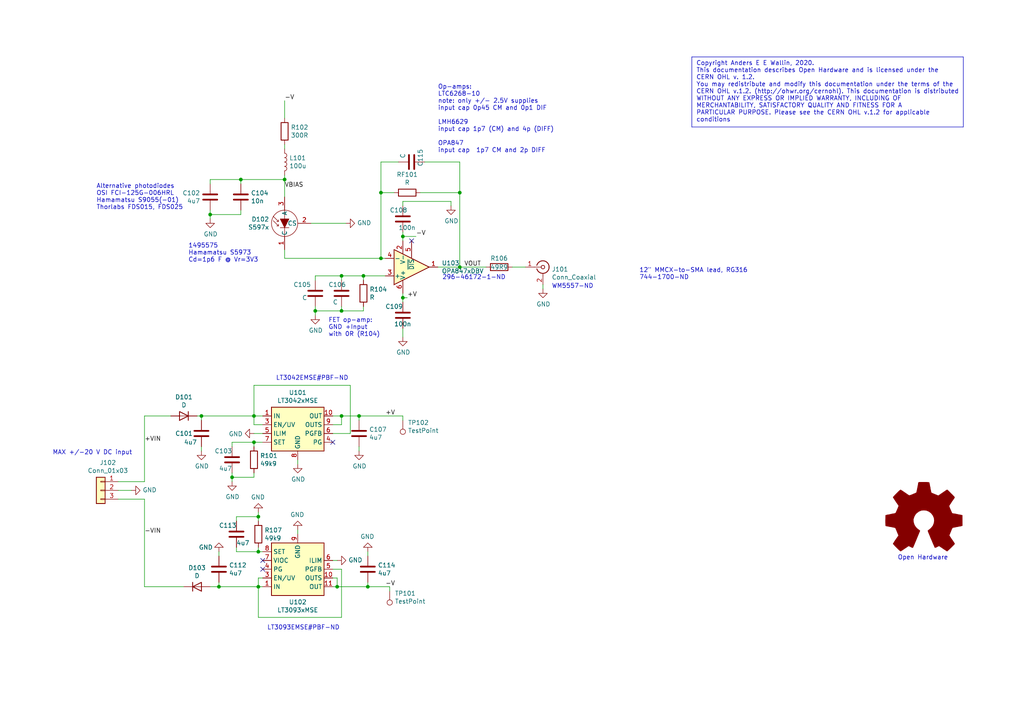
<source format=kicad_sch>
(kicad_sch (version 20230121) (generator eeschema)
  (paper "A4")
  (title_block (title "1\" Photodiode Transimpedance Amplifier - SOT23") (date "2019-12-20") (rev "draft") (company "anders.e.e.wallin \"at\" gmail.com"))
  (lib_symbols
    (symbol "Amplifier_Operational:OPA847xDBV" (pin_names (offset 0.127))
      (property "Reference" "U" (at -1.27 6.35 0))
      (property "Value" "OPA847xDBV" (at -1.27 3.81 0))
      (symbol "OPA847xDBV_0_1"
        (polyline (pts (xy -5.08 5.08) (xy 5.08 0) (xy -5.08 -5.08) (xy -5.08 5.08)) (stroke (width 0.254)) (fill (type background)))
        (pin power_in line (at -2.54 -7.62 90) (length 3.81) (name "V-") (number "2"))
        (pin power_in line (at -2.54 7.62 270) (length 3.81) (name "V+") (number "6"))
      )
      (symbol "OPA847xDBV_1_1"
        (pin output line (at 7.62 0 180) (length 2.54) (name "~") (number "1"))
        (pin input line (at -7.62 2.54 0) (length 2.54) (name "+") (number "3"))
        (pin input line (at -7.62 -2.54 0) (length 2.54) (name "-") (number "4"))
        (pin input line (at 0 -7.62 90) (length 5.08) (name "~{DIS}") (number "5"))
      )
    )
    (symbol "Connector:Conn_Coaxial" (pin_names (offset 1.016) hide)
      (property "Reference" "J" (at 0.254 3.048 0))
      (property "Value" "Conn_Coaxial" (at 2.921 0 90))
      (symbol "Conn_Coaxial_0_1"
        (arc (start -1.778 -0.508) (mid 0.2311 -1.8066) (end 1.778 0) (stroke (width 0.254)))
        (polyline (pts (xy -2.54 0) (xy -0.508 0)))
        (polyline (pts (xy 0 -2.54) (xy 0 -1.778)))
        (circle (center 0 0) (radius 0.508) (stroke (width 0.2032)))
        (arc (start 1.778 0) (mid 0.2099 1.8101) (end -1.778 0.508) (stroke (width 0.254)))
      )
      (symbol "Conn_Coaxial_1_1"
        (pin passive line (at -5.08 0 0) (length 2.54) (name "In") (number "1"))
        (pin passive line (at 0 -5.08 90) (length 2.54) (name "Ext") (number "2"))
      )
    )
    (symbol "Connector:TestPoint" (pin_numbers hide) (pin_names (offset 0.762) hide)
      (property "Reference" "TP" (at 0 6.858 0))
      (property "Value" "TestPoint" (at 0 5.08 0))
      (symbol "TestPoint_0_1"
        (circle (center 0 3.302) (radius 0.762))
      )
      (symbol "TestPoint_1_1"
        (pin passive line (at 0 0 90) (length 2.54) (name "1") (number "1"))
      )
    )
    (symbol "Connector_Generic:Conn_01x03" (pin_names (offset 1.016) hide)
      (property "Reference" "J" (at 0 5.08 0))
      (property "Value" "Conn_01x03" (at 0 -5.08 0))
      (symbol "Conn_01x03_1_1"
        (rectangle (start -1.27 -2.413) (end 0 -2.667) (stroke (width 0.1524)))
        (rectangle (start -1.27 0.127) (end 0 -0.127) (stroke (width 0.1524)))
        (rectangle (start -1.27 2.667) (end 0 2.413) (stroke (width 0.1524)))
        (rectangle (start -1.27 3.81) (end 1.27 -3.81) (stroke (width 0.254)) (fill (type background)))
        (pin passive line (at -5.08 2.54 0) (length 3.81) (name "Pin_1") (number "1"))
        (pin passive line (at -5.08 0 0) (length 3.81) (name "Pin_2") (number "2"))
        (pin passive line (at -5.08 -2.54 0) (length 3.81) (name "Pin_3") (number "3"))
      )
    )
    (symbol "Device:C" (pin_numbers hide) (pin_names (offset 0.254))
      (property "Reference" "C" (at 0.635 2.54 0))
      (property "Value" "C" (at 0.635 -2.54 0))
      (symbol "C_0_1"
        (polyline (pts (xy -2.032 -0.762) (xy 2.032 -0.762)) (stroke (width 0.508)))
        (polyline (pts (xy -2.032 0.762) (xy 2.032 0.762)) (stroke (width 0.508)))
      )
      (symbol "C_1_1"
        (pin passive line (at 0 3.81 270) (length 2.794) (name "~") (number "1"))
        (pin passive line (at 0 -3.81 90) (length 2.794) (name "~") (number "2"))
      )
    )
    (symbol "Device:D" (pin_numbers hide) (pin_names (offset 1.016) hide)
      (property "Reference" "D" (at 0 2.54 0))
      (property "Value" "D" (at 0 -2.54 0))
      (symbol "D_0_1"
        (polyline (pts (xy -1.27 1.27) (xy -1.27 -1.27)) (stroke (width 0.254)))
        (polyline (pts (xy 1.27 0) (xy -1.27 0)))
        (polyline (pts (xy 1.27 1.27) (xy 1.27 -1.27) (xy -1.27 0) (xy 1.27 1.27)) (stroke (width 0.254)))
      )
      (symbol "D_1_1"
        (pin passive line (at -3.81 0 0) (length 2.54) (name "K") (number "1"))
        (pin passive line (at 3.81 0 180) (length 2.54) (name "A") (number "2"))
      )
    )
    (symbol "Device:L" (pin_numbers hide) (pin_names (offset 1.016) hide)
      (property "Reference" "L" (at -1.27 0 90))
      (property "Value" "L" (at 1.905 0 90))
      (symbol "L_0_1"
        (arc (start 0 -2.54) (mid 0.6323 -1.905) (end 0 -1.27))
        (arc (start 0 -1.27) (mid 0.6323 -0.635) (end 0 0))
        (arc (start 0 0) (mid 0.6323 0.635) (end 0 1.27))
        (arc (start 0 1.27) (mid 0.6323 1.905) (end 0 2.54))
      )
      (symbol "L_1_1"
        (pin passive line (at 0 3.81 270) (length 1.27) (name "1") (number "1"))
        (pin passive line (at 0 -3.81 90) (length 1.27) (name "2") (number "2"))
      )
    )
    (symbol "Device:R" (pin_numbers hide) (pin_names (offset 0))
      (property "Reference" "R" (at 2.032 0 90))
      (property "Value" "R" (at 0 0 90))
      (symbol "R_0_1"
        (rectangle (start -1.016 -2.54) (end 1.016 2.54) (stroke (width 0.254)))
      )
      (symbol "R_1_1"
        (pin passive line (at 0 3.81 270) (length 1.27) (name "~") (number "1"))
        (pin passive line (at 0 -3.81 90) (length 1.27) (name "~") (number "2"))
      )
    )
    (symbol "Graphic:Logo_Open_Hardware_Large" (pin_names (offset 1.016))
      (symbol "Logo_Open_Hardware_Large_1_1"
        (polyline (pts (xy 6.731 -8.7122) (xy 6.6294 -8.6614) (xy 6.35 -8.4836) (xy 5.9944 -8.255) (xy 5.5372 -7.9502) (xy 5.1054 -7.6454) (xy 4.7498 -7.4168) (xy 4.4958 -7.239) (xy 4.3942 -7.1882) (xy 4.318 -7.2136) (xy 4.1148 -7.3152) (xy 3.81 -7.4676) (xy 3.6322 -7.5692) (xy 3.3528 -7.6708) (xy 3.2258 -7.6962) (xy 3.2004 -7.6708) (xy 3.0988 -7.4676) (xy 2.9464 -7.0866) (xy 2.7178 -6.604) (xy 2.4892 -6.0452) (xy 2.2352 -5.4356) (xy 1.9558 -4.826) (xy 1.7272 -4.2164) (xy 1.4986 -3.683) (xy 1.3208 -3.2512) (xy 1.2192 -2.9464) (xy 1.1684 -2.8194) (xy 1.1938 -2.794) (xy 1.3208 -2.667) (xy 1.5748 -2.4892) (xy 2.0828 -2.0574) (xy 2.6162 -1.397) (xy 2.921 -0.6604) (xy 3.048 0.1524) (xy 2.9464 0.9144) (xy 2.6416 1.6256) (xy 2.1336 2.286) (xy 1.524 2.7686) (xy 0.8128 3.0734) (xy 0 3.175) (xy -0.762 3.0988) (xy -1.4986 2.794) (xy -2.159 2.286) (xy -2.4384 1.9812) (xy -2.8194 1.3208) (xy -3.048 0.6096) (xy -3.0734 0.4318) (xy -3.0226 -0.3556) (xy -2.794 -1.0922) (xy -2.3876 -1.7526) (xy -1.8288 -2.3114) (xy -1.7526 -2.3622) (xy -1.4732 -2.5654) (xy -1.2954 -2.6924) (xy -1.1684 -2.8194) (xy -2.159 -5.207) (xy -2.3114 -5.588) (xy -2.5908 -6.2484) (xy -2.8194 -6.8072) (xy -3.0226 -7.2644) (xy -3.1496 -7.5692) (xy -3.2258 -7.6708) (xy -3.2258 -7.6962) (xy -3.302 -7.6962) (xy -3.4798 -7.6454) (xy -3.8354 -7.4676) (xy -4.0386 -7.366) (xy -4.2926 -7.239) (xy -4.4196 -7.1882) (xy -4.5212 -7.239) (xy -4.7498 -7.3914) (xy -5.1054 -7.6454) (xy -5.5372 -7.9248) (xy -5.9436 -8.2042) (xy -6.3246 -8.4582) (xy -6.604 -8.636) (xy -6.731 -8.7122) (xy -6.7564 -8.7122) (xy -6.858 -8.636) (xy -7.0866 -8.4582) (xy -7.4168 -8.1534) (xy -7.874 -7.6962) (xy -7.9502 -7.62) (xy -8.3312 -7.239) (xy -8.636 -6.9088) (xy -8.8392 -6.6802) (xy -8.9154 -6.5786) (xy -8.9154 -6.5786) (xy -8.8392 -6.4516) (xy -8.6614 -6.1722) (xy -8.4328 -5.7912) (xy -8.128 -5.3594) (xy -7.3152 -4.191) (xy -7.7724 -3.0988) (xy -7.8994 -2.7686) (xy -8.0772 -2.3622) (xy -8.2042 -2.0828) (xy -8.255 -1.9558) (xy -8.382 -1.905) (xy -8.6614 -1.8542) (xy -9.0932 -1.7526) (xy -9.6266 -1.651) (xy -10.1092 -1.5748) (xy -10.541 -1.4732) (xy -10.8712 -1.4224) (xy -11.0236 -1.397) (xy -11.049 -1.3716) (xy -11.0744 -1.2954) (xy -11.0998 -1.143) (xy -11.0998 -0.889) (xy -11.1252 -0.4572) (xy -11.1252 0.1524) (xy -11.1252 0.2286) (xy -11.0998 0.8128) (xy -11.0998 1.27) (xy -11.0744 1.5494) (xy -11.0744 1.6764) (xy -11.0744 1.6764) (xy -10.922 1.7018) (xy -10.6172 1.778) (xy -10.16 1.8542) (xy -9.652 1.9558) (xy -9.6012 1.9812) (xy -9.0932 2.0828) (xy -8.636 2.159) (xy -8.3312 2.2352) (xy -8.2042 2.286) (xy -8.1788 2.3114) (xy -8.0772 2.5146) (xy -7.9248 2.8448) (xy -7.747 3.2512) (xy -7.5692 3.6576) (xy -7.4168 4.0386) (xy -7.3152 4.318) (xy -7.2898 4.445) (xy -7.2898 4.445) (xy -7.366 4.572) (xy -7.5438 4.826) (xy -7.7978 5.207) (xy -8.128 5.6642) (xy -8.128 5.6896) (xy -8.4328 6.1468) (xy -8.6868 6.5278) (xy -8.8392 6.7818) (xy -8.9154 6.9088) (xy -8.9154 6.9088) (xy -8.8138 7.0358) (xy -8.5852 7.2898) (xy -8.255 7.6454) (xy -7.874 8.0264) (xy -7.747 8.1534) (xy -7.3152 8.5852) (xy -7.0104 8.8646) (xy -6.8326 8.9916) (xy -6.731 9.0424) (xy -6.731 9.0424) (xy -6.604 8.9408) (xy -6.3246 8.763) (xy -5.9436 8.509) (xy -5.4864 8.2042) (xy -5.461 8.1788) (xy -5.0038 7.874) (xy -4.6482 7.62) (xy -4.3688 7.4422) (xy -4.2672 7.3914) (xy -4.2418 7.3914) (xy -4.064 7.4422) (xy -3.7338 7.5438) (xy -3.3528 7.6962) (xy -2.9464 7.874) (xy -2.5654 8.0264) (xy -2.286 8.1534) (xy -2.159 8.2296) (xy -2.159 8.2296) (xy -2.1082 8.382) (xy -2.032 8.7122) (xy -1.9304 9.1694) (xy -1.8288 9.7282) (xy -1.8034 9.8044) (xy -1.7018 10.3378) (xy -1.6256 10.7696) (xy -1.5748 11.0744) (xy -1.524 11.2014) (xy -1.4478 11.2268) (xy -1.1938 11.2522) (xy -0.8128 11.2522) (xy -0.3302 11.2522) (xy 0.1524 11.2522) (xy 0.6604 11.2522) (xy 1.0668 11.2268) (xy 1.3716 11.2014) (xy 1.4986 11.176) (xy 1.4986 11.176) (xy 1.5494 11.0236) (xy 1.6256 10.6934) (xy 1.7018 10.2108) (xy 1.8288 9.6774) (xy 1.8288 9.5758) (xy 1.9304 9.0424) (xy 2.032 8.6106) (xy 2.0828 8.3058) (xy 2.1336 8.2042) (xy 2.159 8.1788) (xy 2.3876 8.0772) (xy 2.7432 7.9248) (xy 3.175 7.747) (xy 4.191 7.3406) (xy 5.461 8.2042) (xy 5.5626 8.2804) (xy 6.0198 8.5852) (xy 6.3754 8.8392) (xy 6.6294 8.9916) (xy 6.7564 9.0424) (xy 6.7564 9.0424) (xy 6.8834 8.9408) (xy 7.1374 8.7122) (xy 7.4676 8.382) (xy 7.8486 7.9756) (xy 8.1534 7.6962) (xy 8.4836 7.3406) (xy 8.7122 7.112) (xy 8.8392 6.9596) (xy 8.8646 6.858) (xy 8.8646 6.8072) (xy 8.7884 6.6802) (xy 8.6106 6.4008) (xy 8.3312 6.0198) (xy 8.0264 5.588) (xy 7.7978 5.207) (xy 7.5184 4.8006) (xy 7.3406 4.4958) (xy 7.2898 4.3434) (xy 7.2898 4.2926) (xy 7.3914 4.0386) (xy 7.5184 3.683) (xy 7.7216 3.2258) (xy 8.1534 2.2352) (xy 8.7884 2.1082) (xy 9.1948 2.0574) (xy 9.7536 1.9304) (xy 10.2616 1.8288) (xy 11.0998 1.6764) (xy 11.1252 -1.3208) (xy 10.9982 -1.3716) (xy 10.8712 -1.397) (xy 10.5664 -1.4732) (xy 10.1346 -1.5494) (xy 9.6266 -1.651) (xy 9.1948 -1.7272) (xy 8.7376 -1.8288) (xy 8.4328 -1.8796) (xy 8.2804 -1.905) (xy 8.255 -1.9558) (xy 8.1534 -2.159) (xy 7.9756 -2.5146) (xy 7.8232 -2.921) (xy 7.6454 -3.3274) (xy 7.493 -3.7338) (xy 7.366 -4.0132) (xy 7.3406 -4.191) (xy 7.3914 -4.2926) (xy 7.5692 -4.5466) (xy 7.7978 -4.9276) (xy 8.1026 -5.3594) (xy 8.4074 -5.7912) (xy 8.6614 -6.1722) (xy 8.8138 -6.4262) (xy 8.89 -6.5532) (xy 8.8646 -6.6548) (xy 8.6868 -6.858) (xy 8.3566 -7.1882) (xy 7.874 -7.6708) (xy 7.7978 -7.747) (xy 7.3914 -8.128) (xy 7.0612 -8.4328) (xy 6.8326 -8.636) (xy 6.731 -8.7122)) (fill (type outline)))
      )
    )
    (symbol "Regulator_Linear:LT3042xMSE"
      (property "Reference" "U" (at -6.35 6.35 0))
      (property "Value" "LT3042xMSE" (at 1.27 6.35 0))
      (symbol "LT3042xMSE_0_1"
        (rectangle (start -7.62 5.08) (end 7.62 -7.62) (stroke (width 0.254)) (fill (type background)))
      )
      (symbol "LT3042xMSE_1_1"
        (pin power_in line (at -10.16 2.54 0) (length 2.54) (name "IN") (number "1"))
        (pin power_out line (at 10.16 2.54 180) (length 2.54) (name "OUT") (number "10"))
        (pin passive line (at 0 -10.16 90) (length 2.54) hide (name "GND") (number "11"))
        (pin passive line (at -10.16 2.54 0) (length 2.54) hide (name "IN") (number "2"))
        (pin input line (at -10.16 0 0) (length 2.54) (name "EN/UV") (number "3"))
        (pin open_collector line (at 10.16 -5.08 180) (length 2.54) (name "PG") (number "4"))
        (pin passive line (at -10.16 -2.54 0) (length 2.54) (name "ILIM") (number "5"))
        (pin input line (at 10.16 -2.54 180) (length 2.54) (name "PGFB") (number "6"))
        (pin passive line (at -10.16 -5.08 0) (length 2.54) (name "SET") (number "7"))
        (pin power_in line (at 0 -10.16 90) (length 2.54) (name "GND") (number "8"))
        (pin input line (at 10.16 0 180) (length 2.54) (name "OUTS") (number "9"))
      )
    )
    (symbol "circulaire-rescue:LT3093xMSE-aw"
      (property "Reference" "U" (at -6.35 6.35 0))
      (property "Value" "LT3093xMSE-aw" (at 1.27 6.35 0))
      (symbol "LT3093xMSE-aw_0_0"
        (pin power_out line (at 10.16 2.54 180) (length 2.54) hide (name "OUT") (number "12"))
        (pin passive line (at -10.16 2.54 0) (length 2.54) hide (name "IN") (number "13"))
      )
      (symbol "LT3093xMSE-aw_0_1"
        (rectangle (start 7.62 5.08) (end -7.62 -10.16) (stroke (width 0.254)) (fill (type background)))
      )
      (symbol "LT3093xMSE-aw_1_1"
        (pin power_in line (at -10.16 2.54 0) (length 2.54) (name "IN") (number "1"))
        (pin input line (at 10.16 0 180) (length 2.54) (name "OUTS") (number "10"))
        (pin power_out line (at 10.16 2.54 180) (length 2.54) (name "OUT") (number "11"))
        (pin passive line (at -10.16 2.54 0) (length 2.54) hide (name "IN") (number "2"))
        (pin input line (at -10.16 0 0) (length 2.54) (name "EN/UV") (number "3"))
        (pin open_collector line (at -10.16 -2.54 0) (length 2.54) (name "PG") (number "4"))
        (pin passive line (at 10.16 -2.54 180) (length 2.54) (name "PGFB") (number "5"))
        (pin passive line (at 10.16 -5.08 180) (length 2.54) (name "ILIM") (number "6"))
        (pin passive line (at -10.16 -5.08 0) (length 2.54) (name "VIOC") (number "7"))
        (pin passive line (at -10.16 -7.62 0) (length 2.54) (name "SET") (number "8"))
        (pin input line (at 0 -12.7 90) (length 2.54) (name "GND") (number "9"))
      )
    )
    (symbol "circulaire-rescue:S597x-aw" (pin_names (offset 0.254))
      (property "Reference" "D" (at 2.54 -5.08 0))
      (property "Value" "S597x-aw" (at 5.08 5.08 0))
      (symbol "S597x-aw_0_0"
        (pin passive line (at 0 -7.62 90) (length 3.81) (name "CS") (number "2"))
      )
      (symbol "S597x-aw_0_1"
        (polyline (pts (xy -1.27 0) (xy -3.81 0)))
        (polyline (pts (xy -1.27 1.27) (xy -1.27 -1.27)) (stroke (width 0.1524)))
        (polyline (pts (xy -0.762 1.778) (xy -0.254 1.778)))
        (polyline (pts (xy 3.81 0) (xy 1.27 0)))
        (polyline (pts (xy 0.762 3.302) (xy -0.762 1.778) (xy -0.762 2.286)))
        (polyline (pts (xy -1.27 0) (xy 1.27 1.27) (xy 1.27 -1.27) (xy -1.27 0)) (fill (type outline)))
        (polyline (pts (xy 2.032 3.302) (xy 0.508 1.778) (xy 0.508 2.286) (xy 0.508 1.778) (xy 1.016 1.778)))
        (circle (center 0 0) (radius 3.81))
      )
      (symbol "S597x-aw_1_1"
        (pin passive line (at -7.62 0 0) (length 3.81) (name "C") (number "1"))
        (pin passive line (at 7.62 0 180) (length 3.81) (name "A") (number "3"))
      )
    )
    (symbol "power:GND" (power) (pin_names (offset 0))
      (property "Value" "GND" (at 0 -3.81 0))
      (symbol "GND_0_1"
        (polyline (pts (xy 0 0) (xy 0 -1.27) (xy 1.27 -1.27) (xy 0 -2.54) (xy -1.27 -1.27) (xy 0 -1.27)))
      )
      (symbol "GND_1_1"
        (pin power_in line (at 0 0 270) (length 0) hide (name "GND") (number "1"))
      )
    )
  )
  (junction (at 82.55 52.07))
  (junction (at 99.06 120.65))
  (junction (at 63.5 170.18))
  (junction (at 97.79 170.18))
  (junction (at 74.93 160.02))
  (junction (at 99.06 80.01))
  (junction (at 73.66 128.27))
  (junction (at 133.35 55.88))
  (junction (at 106.68 170.18))
  (junction (at 73.66 120.65))
  (junction (at 69.85 52.07))
  (junction (at 116.84 86.36))
  (junction (at 91.44 90.17))
  (junction (at 110.49 55.88))
  (junction (at 116.84 68.58))
  (junction (at 60.96 62.23))
  (junction (at 99.06 90.17))
  (junction (at 133.35 77.47))
  (junction (at 67.31 138.43))
  (junction (at 104.14 120.65))
  (junction (at 74.93 149.86))
  (junction (at 110.49 74.93))
  (junction (at 74.93 170.18))
  (junction (at 58.42 120.65))
  (junction (at 105.41 80.01))
  (no_connect (at 76.2 165.1))
  (no_connect (at 76.2 162.56))
  (no_connect (at 96.52 128.27))
  (no_connect (at 119.38 69.85))
  (wire (pts (xy 99.06 88.9) (xy 99.06 90.17)))
  (wire (pts (xy 104.14 121.92) (xy 104.14 120.65)))
  (wire (pts (xy 116.84 58.42) (xy 130.81 58.42)))
  (wire (pts (xy 91.44 90.17) (xy 91.44 88.9)))
  (polyline (pts (xy 279.4 36.83) (xy 200.66 36.83)))
  (wire (pts (xy 74.93 149.86) (xy 74.93 151.13)))
  (wire (pts (xy 73.66 120.65) (xy 58.42 120.65)))
  (wire (pts (xy 99.06 165.1) (xy 99.06 179.07)))
  (wire (pts (xy 99.06 90.17) (xy 91.44 90.17)))
  (wire (pts (xy 74.93 160.02) (xy 68.58 160.02)))
  (wire (pts (xy 73.66 137.16) (xy 73.66 138.43)))
  (wire (pts (xy 82.55 50.8) (xy 82.55 52.07)))
  (wire (pts (xy 105.41 90.17) (xy 99.06 90.17)))
  (polyline (pts (xy 200.66 16.51) (xy 279.4 16.51)))
  (wire (pts (xy 69.85 52.07) (xy 69.85 53.34)))
  (wire (pts (xy 116.84 58.42) (xy 116.84 59.69)))
  (wire (pts (xy 63.5 161.29) (xy 63.5 160.02)))
  (wire (pts (xy 110.49 74.93) (xy 82.55 74.93)))
  (wire (pts (xy 123.19 46.99) (xy 133.35 46.99)))
  (wire (pts (xy 76.2 120.65) (xy 73.66 120.65)))
  (wire (pts (xy 73.66 129.54) (xy 73.66 128.27)))
  (wire (pts (xy 99.06 179.07) (xy 74.93 179.07)))
  (wire (pts (xy 116.84 86.36) (xy 118.11 86.36)))
  (wire (pts (xy 49.53 120.65) (xy 41.91 120.65)))
  (wire (pts (xy 96.52 125.73) (xy 101.6 125.73)))
  (wire (pts (xy 86.36 154.94) (xy 86.36 153.67)))
  (wire (pts (xy 41.91 144.78) (xy 41.91 170.18)))
  (wire (pts (xy 60.96 52.07) (xy 60.96 53.34)))
  (wire (pts (xy 74.93 160.02) (xy 74.93 158.75)))
  (wire (pts (xy 67.31 139.7) (xy 67.31 138.43)))
  (wire (pts (xy 69.85 62.23) (xy 60.96 62.23)))
  (wire (pts (xy 58.42 130.81) (xy 58.42 129.54)))
  (wire (pts (xy 68.58 149.86) (xy 68.58 151.13)))
  (wire (pts (xy 97.79 167.64) (xy 97.79 170.18)))
  (wire (pts (xy 116.84 67.31) (xy 116.84 68.58)))
  (wire (pts (xy 106.68 170.18) (xy 113.03 170.18)))
  (wire (pts (xy 106.68 170.18) (xy 97.79 170.18)))
  (wire (pts (xy 105.41 88.9) (xy 105.41 90.17)))
  (wire (pts (xy 57.15 120.65) (xy 58.42 120.65)))
  (wire (pts (xy 34.29 144.78) (xy 41.91 144.78)))
  (wire (pts (xy 63.5 170.18) (xy 60.96 170.18)))
  (wire (pts (xy 116.84 68.58) (xy 116.84 69.85)))
  (wire (pts (xy 111.76 80.01) (xy 105.41 80.01)))
  (wire (pts (xy 74.93 148.59) (xy 74.93 149.86)))
  (wire (pts (xy 96.52 123.19) (xy 99.06 123.19)))
  (wire (pts (xy 38.1 142.24) (xy 34.29 142.24)))
  (wire (pts (xy 90.17 64.77) (xy 100.33 64.77)))
  (wire (pts (xy 68.58 160.02) (xy 68.58 158.75)))
  (wire (pts (xy 113.03 170.18) (xy 113.03 171.45)))
  (wire (pts (xy 116.84 86.36) (xy 116.84 87.63)))
  (wire (pts (xy 73.66 128.27) (xy 67.31 128.27)))
  (wire (pts (xy 76.2 123.19) (xy 73.66 123.19)))
  (wire (pts (xy 60.96 62.23) (xy 60.96 63.5)))
  (wire (pts (xy 76.2 160.02) (xy 74.93 160.02)))
  (wire (pts (xy 152.4 77.47) (xy 148.59 77.47)))
  (polyline (pts (xy 279.4 16.51) (xy 279.4 36.83)))
  (wire (pts (xy 133.35 46.99) (xy 133.35 55.88)))
  (wire (pts (xy 74.93 149.86) (xy 68.58 149.86)))
  (wire (pts (xy 110.49 55.88) (xy 114.3 55.88)))
  (wire (pts (xy 74.93 170.18) (xy 63.5 170.18)))
  (wire (pts (xy 104.14 130.81) (xy 104.14 129.54)))
  (wire (pts (xy 82.55 74.93) (xy 82.55 72.39)))
  (wire (pts (xy 82.55 57.15) (xy 82.55 52.07)))
  (wire (pts (xy 130.81 59.69) (xy 130.81 58.42)))
  (wire (pts (xy 99.06 123.19) (xy 99.06 120.65)))
  (wire (pts (xy 133.35 77.47) (xy 127 77.47)))
  (wire (pts (xy 133.35 55.88) (xy 133.35 77.47)))
  (wire (pts (xy 86.36 134.62) (xy 86.36 133.35)))
  (wire (pts (xy 41.91 170.18) (xy 53.34 170.18)))
  (wire (pts (xy 76.2 170.18) (xy 74.93 170.18)))
  (wire (pts (xy 74.93 179.07) (xy 74.93 170.18)))
  (wire (pts (xy 82.55 52.07) (xy 69.85 52.07)))
  (wire (pts (xy 97.79 170.18) (xy 96.52 170.18)))
  (wire (pts (xy 58.42 120.65) (xy 58.42 121.92)))
  (wire (pts (xy 106.68 161.29) (xy 106.68 160.02)))
  (wire (pts (xy 76.2 125.73) (xy 73.66 125.73)))
  (wire (pts (xy 116.84 68.58) (xy 120.65 68.58)))
  (wire (pts (xy 76.2 128.27) (xy 73.66 128.27)))
  (wire (pts (xy 96.52 165.1) (xy 99.06 165.1)))
  (wire (pts (xy 106.68 168.91) (xy 106.68 170.18)))
  (wire (pts (xy 99.06 120.65) (xy 104.14 120.65)))
  (wire (pts (xy 110.49 46.99) (xy 110.49 55.88)))
  (wire (pts (xy 73.66 138.43) (xy 67.31 138.43)))
  (wire (pts (xy 67.31 138.43) (xy 67.31 137.16)))
  (wire (pts (xy 82.55 43.18) (xy 82.55 41.91)))
  (wire (pts (xy 96.52 120.65) (xy 99.06 120.65)))
  (wire (pts (xy 73.66 111.76) (xy 73.66 120.65)))
  (wire (pts (xy 101.6 125.73) (xy 101.6 111.76)))
  (wire (pts (xy 105.41 80.01) (xy 105.41 81.28)))
  (wire (pts (xy 96.52 167.64) (xy 97.79 167.64)))
  (wire (pts (xy 76.2 167.64) (xy 74.93 167.64)))
  (wire (pts (xy 140.97 77.47) (xy 133.35 77.47)))
  (wire (pts (xy 74.93 167.64) (xy 74.93 170.18)))
  (wire (pts (xy 63.5 168.91) (xy 63.5 170.18)))
  (wire (pts (xy 69.85 52.07) (xy 60.96 52.07)))
  (wire (pts (xy 60.96 60.96) (xy 60.96 62.23)))
  (polyline (pts (xy 200.66 36.83) (xy 200.66 16.51)))
  (wire (pts (xy 91.44 80.01) (xy 91.44 81.28)))
  (wire (pts (xy 157.48 83.82) (xy 157.48 82.55)))
  (wire (pts (xy 111.76 74.93) (xy 110.49 74.93)))
  (wire (pts (xy 115.57 46.99) (xy 110.49 46.99)))
  (wire (pts (xy 101.6 111.76) (xy 73.66 111.76)))
  (wire (pts (xy 41.91 120.65) (xy 41.91 139.7)))
  (wire (pts (xy 105.41 80.01) (xy 99.06 80.01)))
  (wire (pts (xy 97.79 162.56) (xy 96.52 162.56)))
  (wire (pts (xy 91.44 91.44) (xy 91.44 90.17)))
  (wire (pts (xy 67.31 128.27) (xy 67.31 129.54)))
  (wire (pts (xy 82.55 34.29) (xy 82.55 29.21)))
  (wire (pts (xy 99.06 80.01) (xy 91.44 80.01)))
  (wire (pts (xy 116.84 121.92) (xy 116.84 120.65)))
  (wire (pts (xy 69.85 60.96) (xy 69.85 62.23)))
  (wire (pts (xy 41.91 139.7) (xy 34.29 139.7)))
  (wire (pts (xy 121.92 55.88) (xy 133.35 55.88)))
  (wire (pts (xy 73.66 123.19) (xy 73.66 120.65)))
  (wire (pts (xy 99.06 80.01) (xy 99.06 81.28)))
  (wire (pts (xy 116.84 85.09) (xy 116.84 86.36)))
  (wire (pts (xy 116.84 95.25) (xy 116.84 97.79)))
  (wire (pts (xy 110.49 55.88) (xy 110.49 74.93)))
  (wire (pts (xy 104.14 120.65) (xy 116.84 120.65)))
  (text "Copyright Anders E E Wallin, 2020.\nThis documentation describes Open Hardware and is licensed under the\nCERN OHL v. 1.2.\nYou may redistribute and modify this documentation under the terms of the\nCERN OHL v.1.2. (http://ohwr.org/cernohl). This documentation is distributed\nWITHOUT ANY EXPRESS OR IMPLIED WARRANTY, INCLUDING OF\nMERCHANTABILITY, SATISFACTORY QUALITY AND FITNESS FOR A\nPARTICULAR PURPOSE. Please see the CERN OHL v.1.2 for applicable\nconditions\n" (at 201.93 35.56 0) (effects (font (size 1.27 1.27)) (justify left bottom)))
  (text "296-46172-1-ND" (at 128.27 81.28 0) (effects (font (size 1.27 1.27)) (justify left bottom)))
  (text "1495575\nHamamatsu S5973\nCd=1p6 F @ Vr=3V3" (at 54.61 76.2 0) (effects (font (size 1.27 1.27)) (justify left bottom)))
  (text "Alternative photodiodes\nOSI FCI-125G-006HRL\nHamamatsu S9055(-01)\nThorlabs FDS015, FDS025" (at 27.94 60.96 0) (effects (font (size 1.27 1.27)) (justify left bottom)))
  (text "Open Hardware" (at 260.35 162.56 0) (effects (font (size 1.27 1.27)) (justify left bottom)))
  (text "FET op-amp: \nGND +Input \nwith 0R (R104)" (at 95.25 97.79 0) (effects (font (size 1.27 1.27)) (justify left bottom)))
  (text "12\" MMCX-to-SMA lead, RG316\n744-1700-ND" (at 185.42 81.28 0) (effects (font (size 1.27 1.27)) (justify left bottom)))
  (text "Op-amps:\nLTC6268-10\nnote: only +/- 2.5V supplies\ninput cap 0p45 CM and 0p1 DIF \n\nLMH6629\ninput cap 1p7 (CM) and 4p (DIFF)\n\nOPA847\ninput cap  1p7 CM and 2p DIFF" (at 127 44.45 0) (effects (font (size 1.27 1.27)) (justify left bottom)))
  (text "MAX +/-20 V DC input" (at 15.24 132.08 0) (effects (font (size 1.27 1.27)) (justify left bottom)))
  (text "LT3042EMSE#PBF-ND" (at 80.01 110.49 0) (effects (font (size 1.27 1.27)) (justify left bottom)))
  (text "LT3093EMSE#PBF-ND" (at 77.47 182.88 0) (effects (font (size 1.27 1.27)) (justify left bottom)))
  (text "WM5557-ND" (at 160.02 83.82 0) (effects (font (size 1.27 1.27)) (justify left bottom)))
  (label "+V" (at 111.76 120.65 0))
  (label "-VIN" (at 41.91 154.94 0))
  (label "-V" (at 82.55 29.21 0))
  (label "VBIAS" (at 82.55 54.61 0))
  (label "-V" (at 111.76 170.18 0))
  (label "+V" (at 118.11 86.36 0))
  (label "VOUT" (at 134.62 77.47 0))
  (label "+VIN" (at 41.91 128.27 0))
  (label "-V" (at 120.65 68.58 0))
  (symbol (lib_id "Regulator_Linear:LT3042xMSE") (at 86.36 123.19 0) (unit 1)
    (property "Reference" "U101" (at 86.36 113.8682 0))
    (property "Value" "LT3042xMSE" (at 86.36 116.1796 0))
    (property "Footprint" "Package_SO:MSOP-10-1EP_3x3mm_P0.5mm_EP1.68x1.88mm" (effects hide))
    (property "Datasheet" "https://www.analog.com/media/en/technical-documentation/data-sheets/3042fb.pdf" (effects hide))
  )
  (symbol (lib_id "circulaire-rescue:LT3093xMSE-aw") (at 86.36 167.64 0) (mirror x) (unit 1)
    (property "Reference" "U102" (at 86.36 174.625 0))
    (property "Value" "LT3093xMSE" (at 86.36 176.9364 0))
    (property "Footprint" "Package_SO:MSOP-12-1EP_3x4mm_P0.65mm_EP1.65x2.85mm" (effects hide))
  )
  (symbol (lib_id "power:GND") (at 86.36 134.62 0) (unit 1)
    (property "Reference" "#PWR0107" (effects hide))
    (property "Value" "GND" (at 86.487 139.0142 0))
  )
  (symbol (lib_id "power:GND") (at 73.66 125.73 270) (unit 1)
    (property "Reference" "#PWR0108" (effects hide))
    (property "Value" "GND" (at 70.4088 125.857 90) (effects (justify right)))
  )
  (symbol (lib_id "Device:C") (at 58.42 125.73 0) (unit 1)
    (property "Reference" "C101" (at 50.8 125.73 0) (effects (justify left)))
    (property "Value" "4u7" (at 53.34 128.27 0) (effects (justify left)))
    (property "Footprint" "Capacitor_SMD:C_0603_1608Metric" (effects hide))
  )
  (symbol (lib_id "power:GND") (at 58.42 130.81 0) (unit 1)
    (property "Reference" "#PWR0109" (effects hide))
    (property "Value" "GND" (at 58.547 135.2042 0))
  )
  (symbol (lib_id "Device:D") (at 53.34 120.65 180) (unit 1)
    (property "Reference" "D101" (at 53.34 115.1636 0))
    (property "Value" "D" (at 53.34 117.475 0))
    (property "Footprint" "Diode_SMD:D_SOD-323F" (effects hide))
  )
  (symbol (lib_id "Device:R") (at 73.66 133.35 0) (unit 1)
    (property "Reference" "R101" (at 75.438 132.1816 0) (effects (justify left)))
    (property "Value" "49k9" (at 75.438 134.493 0) (effects (justify left)))
    (property "Footprint" "Resistor_SMD:R_0603_1608Metric" (effects hide))
  )
  (symbol (lib_id "Device:C") (at 67.31 133.35 0) (unit 1)
    (property "Reference" "C103" (at 62.23 130.81 0) (effects (justify left)))
    (property "Value" "4u7" (at 63.5 135.89 0) (effects (justify left)))
    (property "Footprint" "Capacitor_SMD:C_0603_1608Metric" (effects hide))
  )
  (symbol (lib_id "power:GND") (at 67.31 139.7 0) (unit 1)
    (property "Reference" "#PWR0110" (effects hide))
    (property "Value" "GND" (at 67.437 144.0942 0))
  )
  (symbol (lib_id "Device:C") (at 104.14 125.73 0) (unit 1)
    (property "Reference" "C107" (at 107.061 124.5616 0) (effects (justify left)))
    (property "Value" "4u7" (at 107.061 126.873 0) (effects (justify left)))
    (property "Footprint" "Capacitor_SMD:C_0603_1608Metric" (effects hide))
  )
  (symbol (lib_id "power:GND") (at 104.14 130.81 0) (unit 1)
    (property "Reference" "#PWR0111" (effects hide))
    (property "Value" "GND" (at 104.267 135.2042 0))
  )
  (symbol (lib_id "Device:R") (at 74.93 154.94 0) (unit 1)
    (property "Reference" "R107" (at 76.708 153.7716 0) (effects (justify left)))
    (property "Value" "49k9" (at 76.708 156.083 0) (effects (justify left)))
    (property "Footprint" "Resistor_SMD:R_0603_1608Metric" (effects hide))
  )
  (symbol (lib_id "Device:C") (at 68.58 154.94 0) (unit 1)
    (property "Reference" "C113" (at 63.5 152.4 0) (effects (justify left)))
    (property "Value" "4u7" (at 68.58 157.48 0) (effects (justify left)))
    (property "Footprint" "Capacitor_SMD:C_0603_1608Metric" (effects hide))
  )
  (symbol (lib_id "Device:C") (at 63.5 165.1 0) (unit 1)
    (property "Reference" "C112" (at 66.421 163.9316 0) (effects (justify left)))
    (property "Value" "4u7" (at 66.421 166.243 0) (effects (justify left)))
    (property "Footprint" "Capacitor_SMD:C_0603_1608Metric" (effects hide))
  )
  (symbol (lib_id "Device:D") (at 57.15 170.18 0) (mirror x) (unit 1)
    (property "Reference" "D103" (at 57.15 164.6936 0))
    (property "Value" "D" (at 57.15 167.005 0))
    (property "Footprint" "Diode_SMD:D_SOD-323F" (effects hide))
  )
  (symbol (lib_id "power:GND") (at 63.5 160.02 180) (unit 1)
    (property "Reference" "#PWR0112" (effects hide))
    (property "Value" "GND" (at 59.69 158.75 0))
  )
  (symbol (lib_id "power:GND") (at 74.93 148.59 180) (unit 1)
    (property "Reference" "#PWR0113" (effects hide))
    (property "Value" "GND" (at 74.803 144.1958 0))
  )
  (symbol (lib_id "power:GND") (at 86.36 153.67 180) (unit 1)
    (property "Reference" "#PWR0114" (effects hide))
    (property "Value" "GND" (at 86.233 149.2758 0))
  )
  (symbol (lib_id "power:GND") (at 97.79 162.56 90) (unit 1)
    (property "Reference" "#PWR0115" (effects hide))
    (property "Value" "GND" (at 101.0412 162.433 90) (effects (justify right)))
  )
  (symbol (lib_id "Device:C") (at 106.68 165.1 0) (unit 1)
    (property "Reference" "C114" (at 109.601 163.9316 0) (effects (justify left)))
    (property "Value" "4u7" (at 109.601 166.243 0) (effects (justify left)))
    (property "Footprint" "Capacitor_SMD:C_0603_1608Metric" (effects hide))
  )
  (symbol (lib_id "power:GND") (at 106.68 160.02 180) (unit 1)
    (property "Reference" "#PWR0116" (effects hide))
    (property "Value" "GND" (at 106.553 155.6258 0))
  )
  (symbol (lib_id "Connector_Generic:Conn_01x03") (at 29.21 142.24 0) (mirror y) (unit 1)
    (property "Reference" "J102" (at 31.2928 134.1882 0))
    (property "Value" "Conn_01x03" (at 31.2928 136.4996 0))
    (property "Footprint" "Connector_PinHeader_2.54mm:PinHeader_1x03_P2.54mm_Vertical" (effects hide))
  )
  (symbol (lib_id "power:GND") (at 38.1 142.24 90) (unit 1)
    (property "Reference" "#PWR0117" (effects hide))
    (property "Value" "GND" (at 41.3512 142.113 90) (effects (justify right)))
  )
  (symbol (lib_id "circulaire-rescue:S597x-aw") (at 82.55 64.77 90) (unit 1)
    (property "Reference" "D102" (at 78.0542 63.6016 90) (effects (justify left)))
    (property "Value" "S597x" (at 78.0542 65.913 90) (effects (justify left)))
    (property "Footprint" "Package_TO_SOT_THT:TO-18-3" (effects hide))
    (property "Datasheet" "http://www.osram-os.com/Graphics/XPic5/00215016_0.pdf/BP%20104%20FS.pdf" (effects hide))
  )
  (symbol (lib_id "power:GND") (at 100.33 64.77 90) (unit 1)
    (property "Reference" "#PWR0101" (effects hide))
    (property "Value" "GND" (at 103.5812 64.643 90) (effects (justify right)))
  )
  (symbol (lib_id "Amplifier_Operational:OPA847xDBV") (at 119.38 77.47 0) (mirror x) (unit 1)
    (property "Reference" "U103" (at 128.1176 76.3016 0) (effects (justify left)))
    (property "Value" "OPA847xDBV" (at 128.1176 78.613 0) (effects (justify left)))
    (property "Footprint" "Package_TO_SOT_SMD:SOT-23-6" (effects hide))
    (property "Datasheet" "http://www.ti.com/lit/ds/symlink/opa847.pdf" (effects hide))
  )
  (symbol (lib_id "Device:R") (at 118.11 55.88 270) (unit 1)
    (property "Reference" "RF101" (at 118.11 50.6222 90))
    (property "Value" "R" (at 118.11 52.9336 90))
    (property "Footprint" "Resistor_SMD:R_0603_1608Metric" (effects hide))
  )
  (symbol (lib_id "Device:R") (at 144.78 77.47 270) (unit 1)
    (property "Reference" "R106" (at 144.78 74.93 90))
    (property "Value" "49R9" (at 144.78 77.47 90))
    (property "Footprint" "Resistor_SMD:R_0603_1608Metric" (effects hide))
  )
  (symbol (lib_id "Connector:Conn_Coaxial") (at 157.48 77.47 0) (unit 1)
    (property "Reference" "J101" (at 160.02 78.105 0) (effects (justify left)))
    (property "Value" "Conn_Coaxial" (at 160.02 80.4164 0) (effects (justify left)))
    (property "Footprint" "Connector_Coaxial:MMCX_Molex_73415-1471_Vertical" (effects hide))
    (property "Datasheet" " ~" (effects hide))
  )
  (symbol (lib_id "power:GND") (at 157.48 83.82 0) (unit 1)
    (property "Reference" "#PWR0102" (effects hide))
    (property "Value" "GND" (at 157.607 88.2142 0))
  )
  (symbol (lib_id "Device:R") (at 105.41 85.09 180) (unit 1)
    (property "Reference" "R104" (at 107.188 83.9216 0) (effects (justify right)))
    (property "Value" "R" (at 107.188 86.233 0) (effects (justify right)))
    (property "Footprint" "Resistor_SMD:R_0603_1608Metric" (effects hide))
  )
  (symbol (lib_id "Device:C") (at 99.06 85.09 0) (unit 1)
    (property "Reference" "C106" (at 95.25 82.55 0) (effects (justify left)))
    (property "Value" "C" (at 96.52 87.63 0) (effects (justify left)))
    (property "Footprint" "Capacitor_SMD:C_0603_1608Metric" (effects hide))
  )
  (symbol (lib_id "Device:C") (at 91.44 85.09 0) (unit 1)
    (property "Reference" "C105" (at 85.09 82.55 0) (effects (justify left)))
    (property "Value" "C" (at 87.63 86.36 0) (effects (justify left)))
    (property "Footprint" "Capacitor_SMD:C_0603_1608Metric" (effects hide))
  )
  (symbol (lib_id "power:GND") (at 91.44 91.44 0) (unit 1)
    (property "Reference" "#PWR0103" (effects hide))
    (property "Value" "GND" (at 91.567 95.8342 0))
  )
  (symbol (lib_id "Device:C") (at 116.84 91.44 0) (unit 1)
    (property "Reference" "C109" (at 111.76 88.9 0) (effects (justify left)))
    (property "Value" "100n" (at 114.3 93.98 0) (effects (justify left)))
    (property "Footprint" "Capacitor_SMD:C_0603_1608Metric" (effects hide))
  )
  (symbol (lib_id "Device:C") (at 116.84 63.5 0) (unit 1)
    (property "Reference" "C108" (at 113.03 60.96 0) (effects (justify left)))
    (property "Value" "100n" (at 115.57 66.04 0) (effects (justify left)))
    (property "Footprint" "Capacitor_SMD:C_0603_1608Metric" (effects hide))
  )
  (symbol (lib_id "power:GND") (at 116.84 97.79 0) (unit 1)
    (property "Reference" "#PWR0104" (effects hide))
    (property "Value" "GND" (at 116.967 102.1842 0))
  )
  (symbol (lib_id "power:GND") (at 130.81 59.69 0) (unit 1)
    (property "Reference" "#PWR0105" (effects hide))
    (property "Value" "GND" (at 130.937 64.0842 0))
  )
  (symbol (lib_id "Device:C") (at 69.85 57.15 0) (unit 1)
    (property "Reference" "C104" (at 72.771 55.9816 0) (effects (justify left)))
    (property "Value" "10n" (at 72.771 58.293 0) (effects (justify left)))
    (property "Footprint" "Capacitor_SMD:C_0603_1608Metric" (effects hide))
  )
  (symbol (lib_id "Device:C") (at 60.96 57.15 0) (mirror y) (unit 1)
    (property "Reference" "C102" (at 58.039 55.9816 0) (effects (justify left)))
    (property "Value" "4u7" (at 58.039 58.293 0) (effects (justify left)))
    (property "Footprint" "Capacitor_SMD:C_0603_1608Metric" (effects hide))
  )
  (symbol (lib_id "power:GND") (at 60.96 63.5 0) (unit 1)
    (property "Reference" "#PWR0106" (effects hide))
    (property "Value" "GND" (at 61.087 67.8942 0))
  )
  (symbol (lib_id "Device:L") (at 82.55 46.99 0) (unit 1)
    (property "Reference" "L101" (at 83.8962 45.8216 0) (effects (justify left)))
    (property "Value" "100u" (at 83.8962 48.133 0) (effects (justify left)))
    (property "Footprint" "Inductor_SMD:L_0805_2012Metric" (effects hide))
  )
  (symbol (lib_id "Device:R") (at 82.55 38.1 0) (unit 1)
    (property "Reference" "R102" (at 84.328 36.9316 0) (effects (justify left)))
    (property "Value" "300R" (at 84.328 39.243 0) (effects (justify left)))
    (property "Footprint" "Resistor_SMD:R_0603_1608Metric" (effects hide))
  )
  (symbol (lib_id "Graphic:Logo_Open_Hardware_Large") (at 267.97 151.13 0) (unit 1)
    (property "Reference" "#LOGO101" (effects hide))
    (property "Value" "Logo_Open_Hardware_Large" (effects hide))
  )
  (symbol (lib_id "Connector:TestPoint") (at 116.84 121.92 180) (unit 1)
    (property "Reference" "TP102" (at 118.3132 122.5804 0) (effects (justify right)))
    (property "Value" "TestPoint" (at 118.3132 124.8918 0) (effects (justify right)))
    (property "Footprint" "TestPoint:TestPoint_THTPad_D1.0mm_Drill0.5mm" (effects hide))
  )
  (symbol (lib_id "Connector:TestPoint") (at 113.03 171.45 180) (unit 1)
    (property "Reference" "TP101" (at 114.5032 172.1104 0) (effects (justify right)))
    (property "Value" "TestPoint" (at 114.5032 174.4218 0) (effects (justify right)))
    (property "Footprint" "TestPoint:TestPoint_THTPad_D1.0mm_Drill0.5mm" (effects hide))
  )
  (symbol (lib_id "Device:C") (at 119.38 46.99 270) (unit 1)
    (property "Reference" "C115" (at 121.92 43.18 0) (effects (justify left)))
    (property "Value" "C" (at 116.84 44.45 0) (effects (justify left)))
    (property "Footprint" "Capacitor_SMD:C_0603_1608Metric" (effects hide))
  )
)
</source>
